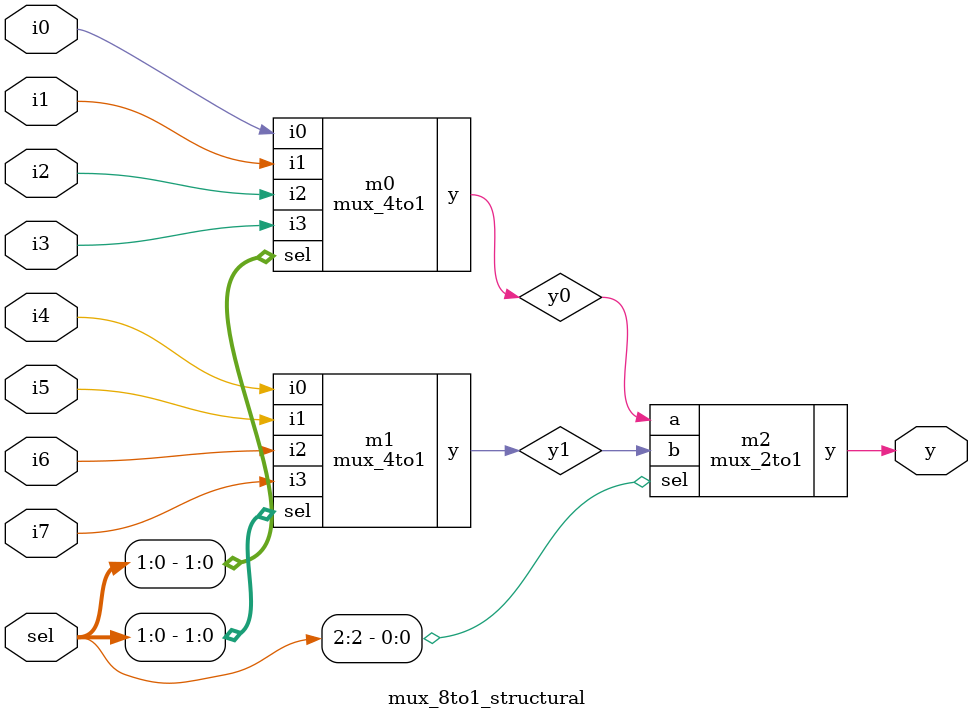
<source format=v>
module mux_2to1 (
    input sel,
    input a, b,
    output y
);
    assign y = sel ? b : a;
endmodule

// 4:1 MUX
module mux_4to1 (
    input [1:0] sel,
    input i0, i1, i2, i3,
    output y
);
    assign y = (sel == 2'b00) ? i0 :
               (sel == 2'b01) ? i1 :
               (sel == 2'b10) ? i2 :
                                i3;
endmodule

// 8:1 MUX using 2 x 4:1 and 1 x 2:1
module mux_8to1_structural (
    input [2:0] sel,
    input i0, i1, i2, i3, i4, i5, i6, i7,
    output y
);

    wire y0, y1;

    // First 4:1 MUX for i0–i3
    mux_4to1 m0 (
        .sel(sel[1:0]),
        .i0(i0), .i1(i1), .i2(i2), .i3(i3),
        .y(y0)
    );

    // Second 4:1 MUX for i4–i7
    mux_4to1 m1 (
        .sel(sel[1:0]),
        .i0(i4), .i1(i5), .i2(i6), .i3(i7),
        .y(y1)
    );

    // Final 2:1 MUX
    mux_2to1 m2 (
        .sel(sel[2]),
        .a(y0),
        .b(y1),
        .y(y)
    );

endmodule

</source>
